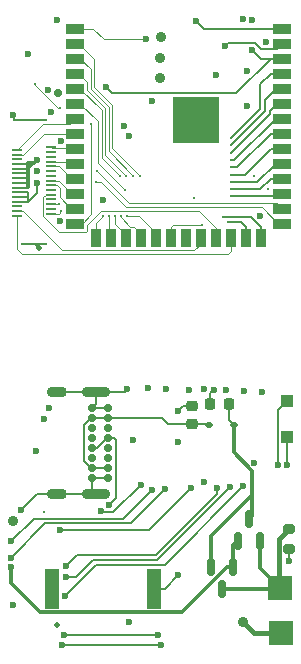
<source format=gbr>
%TF.GenerationSoftware,KiCad,Pcbnew,9.0.6-1.fc42*%
%TF.CreationDate,2025-11-24T11:52:54-08:00*%
%TF.ProjectId,MainBoard,4d61696e-426f-4617-9264-2e6b69636164,rev?*%
%TF.SameCoordinates,Original*%
%TF.FileFunction,Copper,L4,Bot*%
%TF.FilePolarity,Positive*%
%FSLAX46Y46*%
G04 Gerber Fmt 4.6, Leading zero omitted, Abs format (unit mm)*
G04 Created by KiCad (PCBNEW 9.0.6-1.fc42) date 2025-11-24 11:52:54*
%MOMM*%
%LPD*%
G01*
G04 APERTURE LIST*
G04 Aperture macros list*
%AMRoundRect*
0 Rectangle with rounded corners*
0 $1 Rounding radius*
0 $2 $3 $4 $5 $6 $7 $8 $9 X,Y pos of 4 corners*
0 Add a 4 corners polygon primitive as box body*
4,1,4,$2,$3,$4,$5,$6,$7,$8,$9,$2,$3,0*
0 Add four circle primitives for the rounded corners*
1,1,$1+$1,$2,$3*
1,1,$1+$1,$4,$5*
1,1,$1+$1,$6,$7*
1,1,$1+$1,$8,$9*
0 Add four rect primitives between the rounded corners*
20,1,$1+$1,$2,$3,$4,$5,0*
20,1,$1+$1,$4,$5,$6,$7,0*
20,1,$1+$1,$6,$7,$8,$9,0*
20,1,$1+$1,$8,$9,$2,$3,0*%
G04 Aperture macros list end*
%TA.AperFunction,SMDPad,CuDef*%
%ADD10RoundRect,0.150000X0.150000X-0.587500X0.150000X0.587500X-0.150000X0.587500X-0.150000X-0.587500X0*%
%TD*%
%TA.AperFunction,SMDPad,CuDef*%
%ADD11RoundRect,0.112500X0.187500X0.112500X-0.187500X0.112500X-0.187500X-0.112500X0.187500X-0.112500X0*%
%TD*%
%TA.AperFunction,SMDPad,CuDef*%
%ADD12R,2.000000X2.000000*%
%TD*%
%TA.AperFunction,SMDPad,CuDef*%
%ADD13R,1.000000X1.000000*%
%TD*%
%TA.AperFunction,SMDPad,CuDef*%
%ADD14R,1.500000X0.900000*%
%TD*%
%TA.AperFunction,SMDPad,CuDef*%
%ADD15R,0.900000X1.500000*%
%TD*%
%TA.AperFunction,HeatsinkPad*%
%ADD16C,0.600000*%
%TD*%
%TA.AperFunction,HeatsinkPad*%
%ADD17R,3.900000X3.900000*%
%TD*%
%TA.AperFunction,SMDPad,CuDef*%
%ADD18RoundRect,0.200000X-0.275000X0.200000X-0.275000X-0.200000X0.275000X-0.200000X0.275000X0.200000X0*%
%TD*%
%TA.AperFunction,SMDPad,CuDef*%
%ADD19RoundRect,0.218750X0.256250X-0.218750X0.256250X0.218750X-0.256250X0.218750X-0.256250X-0.218750X0*%
%TD*%
%TA.AperFunction,ComponentPad*%
%ADD20C,0.700000*%
%TD*%
%TA.AperFunction,ComponentPad*%
%ADD21O,1.700000X0.900000*%
%TD*%
%TA.AperFunction,ComponentPad*%
%ADD22O,2.400000X0.900000*%
%TD*%
%TA.AperFunction,SMDPad,CuDef*%
%ADD23RoundRect,0.150000X-0.150000X0.587500X-0.150000X-0.587500X0.150000X-0.587500X0.150000X0.587500X0*%
%TD*%
%TA.AperFunction,SMDPad,CuDef*%
%ADD24RoundRect,0.225000X0.225000X0.250000X-0.225000X0.250000X-0.225000X-0.250000X0.225000X-0.250000X0*%
%TD*%
%TA.AperFunction,SMDPad,CuDef*%
%ADD25R,1.300000X3.400000*%
%TD*%
%TA.AperFunction,SMDPad,CuDef*%
%ADD26RoundRect,0.030000X0.419999X-0.070000X0.419999X0.070000X-0.419999X0.070000X-0.419999X-0.070000X0*%
%TD*%
%TA.AperFunction,SMDPad,CuDef*%
%ADD27RoundRect,0.030000X1.029999X-0.070000X1.029999X0.070000X-1.029999X0.070000X-1.029999X-0.070000X0*%
%TD*%
%TA.AperFunction,ViaPad*%
%ADD28C,0.600000*%
%TD*%
%TA.AperFunction,ViaPad*%
%ADD29C,0.300000*%
%TD*%
%TA.AperFunction,ViaPad*%
%ADD30C,0.500000*%
%TD*%
%TA.AperFunction,ViaPad*%
%ADD31C,0.900000*%
%TD*%
%TA.AperFunction,ViaPad*%
%ADD32C,0.700000*%
%TD*%
%TA.AperFunction,Conductor*%
%ADD33C,0.300000*%
%TD*%
%TA.AperFunction,Conductor*%
%ADD34C,0.400000*%
%TD*%
%TA.AperFunction,Conductor*%
%ADD35C,0.100000*%
%TD*%
%TA.AperFunction,Conductor*%
%ADD36C,0.200000*%
%TD*%
G04 APERTURE END LIST*
D10*
%TO.P,Q3,1,G*%
%TO.N,LIPO PWR*%
X85615953Y-100045601D03*
%TO.P,Q3,2,S*%
%TO.N,CONN_21*%
X83715953Y-100045601D03*
%TO.P,Q3,3,D*%
%TO.N,VBUS*%
X84665953Y-98170600D03*
%TD*%
D11*
%TO.P,D4,1,K*%
%TO.N,VBUS*%
X83375000Y-90175000D03*
%TO.P,D4,2,A*%
%TO.N,Net-(D3-A1)*%
X81275000Y-90175000D03*
%TD*%
D12*
%TO.P,+1,1,Pin_1*%
%TO.N,LIPO PWR*%
X87345600Y-104036000D03*
%TD*%
D13*
%TO.P,I2C_DAT1,1,Pin_1*%
%TO.N,CONN_16*%
X87909400Y-91211400D03*
%TD*%
D12*
%TO.P,-1,1,Pin_1*%
%TO.N,LIPO GND*%
X87356431Y-107829532D03*
%TD*%
D13*
%TO.P,I2C_CLK1,1,Pin_1*%
%TO.N,CONN_15*%
X87909400Y-88161400D03*
%TD*%
D14*
%TO.P,U1,1,GND*%
%TO.N,LIPO GND*%
X87480000Y-56640000D03*
%TO.P,U1,2,3V3*%
%TO.N,CONN_18*%
X87480000Y-57910000D03*
%TO.P,U1,3,EN*%
%TO.N,CHIP_PU*%
X87480000Y-59180000D03*
%TO.P,U1,4,IO4*%
%TO.N,DATA0*%
X87480000Y-60450000D03*
%TO.P,U1,5,IO5*%
%TO.N,DATA1*%
X87480000Y-61720000D03*
%TO.P,U1,6,IO6*%
%TO.N,DATA2*%
X87480000Y-62990000D03*
%TO.P,U1,7,IO7*%
%TO.N,DATA8*%
X87480000Y-64260000D03*
%TO.P,U1,8,IO15*%
%TO.N,DATA9*%
X87480000Y-65530000D03*
%TO.P,U1,9,IO16*%
%TO.N,DATA10*%
X87480000Y-66800000D03*
%TO.P,U1,10,IO17*%
%TO.N,DATA11*%
X87480000Y-68070000D03*
%TO.P,U1,11,IO18*%
%TO.N,DATA12*%
X87480000Y-69340000D03*
%TO.P,U1,12,IO8*%
%TO.N,DATA13*%
X87480000Y-70610000D03*
%TO.P,U1,13,USB_D-*%
%TO.N,CONN_2*%
X87480000Y-71880000D03*
%TO.P,U1,14,USB_D+*%
%TO.N,CONN_0*%
X87480000Y-73150000D03*
D15*
%TO.P,U1,15,IO3*%
%TO.N,DATA14*%
X85715000Y-74400000D03*
%TO.P,U1,16,IO46*%
%TO.N,DATA15*%
X84445000Y-74400000D03*
%TO.P,U1,17,IO9*%
%TO.N,CONN_15*%
X83175000Y-74400000D03*
%TO.P,U1,18,IO10*%
%TO.N,BZR*%
X81905000Y-74400000D03*
%TO.P,U1,19,IO11*%
%TO.N,CONN_16*%
X80635000Y-74400000D03*
%TO.P,U1,20,IO12*%
%TO.N,HATS_ENABLE*%
X79365000Y-74400000D03*
%TO.P,U1,21,IO13*%
%TO.N,RET*%
X78095000Y-74400000D03*
%TO.P,U1,22,IO14*%
%TO.N,INDEX4*%
X76825000Y-74400000D03*
%TO.P,U1,23,IO21*%
%TO.N,INDEX3*%
X75555000Y-74400000D03*
%TO.P,U1,24,IO47*%
%TO.N,INDEX2*%
X74285000Y-74400000D03*
%TO.P,U1,25,IO48*%
%TO.N,INDEX1*%
X73015000Y-74400000D03*
%TO.P,U1,26,IO45*%
%TO.N,INDEX0*%
X71745000Y-74400000D03*
D14*
%TO.P,U1,27,IO0*%
%TO.N,GPIO0*%
X69980000Y-73150000D03*
%TO.P,U1,28,IO35*%
%TO.N,CONN_6*%
X69980000Y-71880000D03*
%TO.P,U1,29,IO36*%
%TO.N,CONN_7*%
X69980000Y-70610000D03*
%TO.P,U1,30,IO37*%
%TO.N,CONN_10*%
X69980000Y-69340000D03*
%TO.P,U1,31,IO38*%
%TO.N,CONN_11*%
X69980000Y-68070000D03*
%TO.P,U1,32,IO39*%
%TO.N,CONN_14*%
X69980000Y-66800000D03*
%TO.P,U1,33,IO40*%
%TO.N,CONN_28*%
X69980000Y-65530000D03*
%TO.P,U1,34,IO41*%
%TO.N,CONN_29*%
X69980000Y-64260000D03*
%TO.P,U1,35,IO42*%
%TO.N,DATA7*%
X69980000Y-62990000D03*
%TO.P,U1,36,RXD0*%
%TO.N,DATA6*%
X69980000Y-61720000D03*
%TO.P,U1,37,TXD0*%
%TO.N,DATA5*%
X69980000Y-60450000D03*
%TO.P,U1,38,IO2*%
%TO.N,DATA4*%
X69980000Y-59180000D03*
%TO.P,U1,39,IO1*%
%TO.N,DATA3*%
X69980000Y-57910000D03*
%TO.P,U1,40,GND*%
%TO.N,LIPO GND*%
X69980000Y-56640000D03*
D16*
%TO.P,U1,41,GND*%
X81630000Y-65060000D03*
X81630000Y-63660000D03*
X80930000Y-65760000D03*
X80930000Y-64360000D03*
X80930000Y-62960000D03*
X80230000Y-65060000D03*
D17*
X80230000Y-64360000D03*
D16*
X80230000Y-63660000D03*
X79530000Y-65760000D03*
X79530000Y-64360000D03*
X79530000Y-62960000D03*
X78830000Y-65060000D03*
X78830000Y-63660000D03*
%TD*%
D18*
%TO.P,R13,1*%
%TO.N,LIPO PWR*%
X88050000Y-99025000D03*
%TO.P,R13,2*%
%TO.N,LIPO GND*%
X88050000Y-100675000D03*
%TD*%
D19*
%TO.P,D3,1,A1*%
%TO.N,Net-(D3-A1)*%
X79850000Y-90150000D03*
%TO.P,D3,2,A2*%
%TO.N,LIPO GND*%
X79850000Y-88574998D03*
%TD*%
D20*
%TO.P,J3,A1,GND*%
%TO.N,LIPO GND*%
X72752964Y-94700000D03*
%TO.P,J3,A4,VBUS*%
%TO.N,Net-(D3-A1)*%
X72752964Y-93850000D03*
%TO.P,J3,A5,CC1*%
%TO.N,Net-(J3-CC1)*%
X72752964Y-93000000D03*
%TO.P,J3,A6,D+*%
%TO.N,CONN_0*%
X72752964Y-92150000D03*
%TO.P,J3,A7,D-*%
%TO.N,CONN_2*%
X72752964Y-91300000D03*
%TO.P,J3,A8,SBU1*%
%TO.N,unconnected-(J3-SBU1-PadA8)*%
X72752964Y-90450000D03*
%TO.P,J3,A9,VBUS*%
%TO.N,Net-(D3-A1)*%
X72752964Y-89600000D03*
%TO.P,J3,A12,GND*%
%TO.N,LIPO GND*%
X72752964Y-88750000D03*
%TO.P,J3,B1,GND*%
X71402964Y-88750000D03*
%TO.P,J3,B4,VBUS*%
%TO.N,Net-(D3-A1)*%
X71402964Y-89600000D03*
%TO.P,J3,B5,CC2*%
%TO.N,Net-(J3-CC2)*%
X71402964Y-90450000D03*
%TO.P,J3,B6,D+*%
%TO.N,CONN_0*%
X71402964Y-91300000D03*
%TO.P,J3,B7,D-*%
%TO.N,CONN_2*%
X71402964Y-92150000D03*
%TO.P,J3,B8,SBU2*%
%TO.N,unconnected-(J3-SBU2-PadB8)*%
X71402964Y-93000000D03*
%TO.P,J3,B9,VBUS*%
%TO.N,Net-(D3-A1)*%
X71402964Y-93850000D03*
%TO.P,J3,B12,GND*%
%TO.N,LIPO GND*%
X71402964Y-94700000D03*
D21*
%TO.P,J3,S1,SHIELD*%
X68392964Y-96050000D03*
D22*
X71772964Y-96050000D03*
D21*
X68392964Y-87400000D03*
D22*
X71772964Y-87400000D03*
%TD*%
D23*
%TO.P,Q2,1,G*%
%TO.N,VBUS*%
X81470000Y-102220000D03*
%TO.P,Q2,2,S*%
%TO.N,CONN_21*%
X83370000Y-102220000D03*
%TO.P,Q2,3,D*%
%TO.N,LIPO PWR*%
X82420000Y-104095001D03*
%TD*%
D24*
%TO.P,C12,1*%
%TO.N,VBUS*%
X82975000Y-88400000D03*
%TO.P,C12,2*%
%TO.N,LIPO GND*%
X81425000Y-88400000D03*
%TD*%
D25*
%TO.P,BZ1,1,+*%
%TO.N,BZR*%
X67975001Y-104050000D03*
%TO.P,BZ1,2,-*%
%TO.N,LIPO GND*%
X76674999Y-104050000D03*
%TD*%
D26*
%TO.P,J2,1,Pin_1*%
%TO.N,CONN_15*%
X65050000Y-72500000D03*
%TO.P,J2,2,Pin_2*%
%TO.N,CONN_16*%
X65050000Y-72100000D03*
%TO.P,J2,3,Pin_3*%
%TO.N,CONN_17*%
X65050000Y-71700000D03*
%TO.P,J2,4,Pin_4*%
%TO.N,CONN_18*%
X65050000Y-71300000D03*
%TO.P,J2,5,Pin_5*%
X65050000Y-70900000D03*
%TO.P,J2,6,Pin_6*%
X65050000Y-70500000D03*
%TO.P,J2,7,Pin_7*%
%TO.N,CONN_21*%
X65050000Y-70100000D03*
%TO.P,J2,8,Pin_8*%
X65050000Y-69700000D03*
%TO.P,J2,9,Pin_9*%
X65050000Y-69300000D03*
%TO.P,J2,10,Pin_10*%
X65050000Y-68900000D03*
%TO.P,J2,11,Pin_11*%
X65050000Y-68500000D03*
%TO.P,J2,12,Pin_12*%
X65050000Y-68100000D03*
%TO.P,J2,13,Pin_13*%
%TO.N,CONN_27*%
X65050000Y-67700000D03*
%TO.P,J2,14,Pin_14*%
%TO.N,CONN_28*%
X65050000Y-67300000D03*
%TO.P,J2,15,Pin_15*%
%TO.N,CONN_29*%
X65050000Y-66900000D03*
%TO.P,J2,16,Pin_16*%
%TO.N,CONN_0*%
X67950000Y-72300000D03*
%TO.P,J2,17,Pin_17*%
%TO.N,CONN_1*%
X67950000Y-71900000D03*
%TO.P,J2,18,Pin_18*%
%TO.N,CONN_2*%
X67950000Y-71500000D03*
%TO.P,J2,19,Pin_19*%
%TO.N,CONN_3*%
X67950000Y-71100000D03*
%TO.P,J2,20,Pin_20*%
%TO.N,BZR*%
X67950000Y-70700000D03*
%TO.P,J2,21,Pin_21*%
%TO.N,CONN_5*%
X67950000Y-70300000D03*
%TO.P,J2,22,Pin_22*%
%TO.N,CONN_6*%
X67950000Y-69900000D03*
%TO.P,J2,23,Pin_23*%
%TO.N,CONN_7*%
X67950000Y-69500000D03*
%TO.P,J2,24,Pin_24*%
%TO.N,CONN_8*%
X67950000Y-69100000D03*
%TO.P,J2,25,Pin_25*%
%TO.N,CONN_9*%
X67950000Y-68700000D03*
%TO.P,J2,26,Pin_26*%
%TO.N,CONN_10*%
X67950000Y-68300000D03*
%TO.P,J2,27,Pin_27*%
%TO.N,CONN_11*%
X67950000Y-67900000D03*
%TO.P,J2,28,Pin_28*%
%TO.N,CONN_12*%
X67950000Y-67500000D03*
%TO.P,J2,29,Pin_29*%
%TO.N,CONN_13*%
X67950000Y-67100000D03*
%TO.P,J2,30,Pin_30*%
%TO.N,CONN_14*%
X67950000Y-66700000D03*
D27*
%TO.P,J2,31,Pin_31*%
%TO.N,LIPO GND*%
X66500000Y-74850000D03*
%TO.P,J2,32,Pin_32*%
X66500000Y-64350000D03*
%TD*%
D28*
%TO.N,CONN_29*%
X64512800Y-100050000D03*
X76454047Y-95665953D03*
%TO.N,CONN_7*%
X69220000Y-103040000D03*
X83054047Y-95484047D03*
D29*
%TO.N,CONN_2*%
X71825000Y-68700000D03*
X68610834Y-71464482D03*
D28*
X72803964Y-96960000D03*
%TO.N,CONN_10*%
X69190000Y-102100000D03*
X81954047Y-95494047D03*
%TO.N,CONN_14*%
X68710000Y-99120000D03*
X79754047Y-95575953D03*
D30*
%TO.N,BZR*%
X68250000Y-104850000D03*
D28*
%TO.N,CONN_15*%
X69050000Y-108000000D03*
X87100000Y-93560000D03*
X77000000Y-108000000D03*
%TO.N,CONN_11*%
X72130000Y-97490000D03*
X75504047Y-95250000D03*
%TO.N,CONN_18*%
X84234000Y-87296000D03*
D31*
X77139800Y-60807600D03*
D28*
X82710000Y-87240000D03*
X82625000Y-58075000D03*
D31*
X77139800Y-59105800D03*
D28*
X77680000Y-87160000D03*
X64740000Y-105480000D03*
X68760916Y-66172535D03*
X76150000Y-87050000D03*
X80854047Y-94994047D03*
X85759000Y-87371000D03*
X67703700Y-61810900D03*
X66720000Y-69690000D03*
D29*
%TO.N,GPIO0*%
X71325000Y-64725000D03*
X68700000Y-63400000D03*
X66550000Y-61325000D03*
D28*
%TO.N,CHIP_PU*%
X72615531Y-61601015D03*
X84963000Y-58420000D03*
%TO.N,CONN_6*%
X84154047Y-95405953D03*
X69125003Y-104670000D03*
D29*
%TO.N,CONN_0*%
X71750000Y-69620000D03*
X68775000Y-72100000D03*
%TO.N,DATA9*%
X83125000Y-68381250D03*
%TO.N,DATA13*%
X83125000Y-70850000D03*
%TO.N,DATA10*%
X83125000Y-68998438D03*
%TO.N,DATA7*%
X74178727Y-70291272D03*
%TO.N,DATA5*%
X74312500Y-69125000D03*
%TO.N,DATA6*%
X73725000Y-69125000D03*
%TO.N,DATA12*%
X83125000Y-70232813D03*
%TO.N,DATA2*%
X83125000Y-67146875D03*
%TO.N,DATA15*%
X82872800Y-73025000D03*
%TO.N,DATA14*%
X82500000Y-72600000D03*
%TO.N,DATA0*%
X83125000Y-65912500D03*
%TO.N,DATA4*%
X74900000Y-69125000D03*
%TO.N,DATA3*%
X75487500Y-69125000D03*
%TO.N,DATA1*%
X83125000Y-66529688D03*
%TO.N,DATA11*%
X83125000Y-69615625D03*
%TO.N,DATA8*%
X83125000Y-67764063D03*
%TO.N,RET*%
X80668914Y-73302001D03*
D28*
%TO.N,HATS_ENABLE*%
X85610000Y-72470000D03*
X68650000Y-72950000D03*
X79362600Y-74402000D03*
D29*
%TO.N,INDEX1*%
X72824994Y-72500000D03*
%TO.N,INDEX4*%
X74325003Y-72500000D03*
%TO.N,INDEX0*%
X72324991Y-72500000D03*
%TO.N,INDEX2*%
X73324997Y-72500000D03*
%TO.N,INDEX3*%
X73825000Y-72500000D03*
D28*
%TO.N,CONN_28*%
X64530000Y-101430000D03*
X77554047Y-95655953D03*
%TO.N,CONN_16*%
X87910000Y-93560000D03*
X77205000Y-108795000D03*
X68860000Y-108790000D03*
D29*
%TO.N,LIPO GND*%
X86300000Y-70250000D03*
D31*
X77241400Y-57353200D03*
D28*
X78654047Y-91675953D03*
X68470000Y-55890000D03*
X76000000Y-57500000D03*
X79600000Y-87220000D03*
X74550000Y-106920000D03*
X80890000Y-87160000D03*
X88057419Y-101680000D03*
X72350000Y-71125000D03*
X66760000Y-68700000D03*
X74489100Y-65739100D03*
X65380000Y-97420000D03*
X67919600Y-63677800D03*
D29*
X80000000Y-71010000D03*
D28*
X81685000Y-87265000D03*
X64670000Y-63990000D03*
D32*
X68503800Y-62128400D03*
D31*
X64700000Y-98339999D03*
D28*
X67730000Y-88750000D03*
X84505800Y-60223400D03*
X84175600Y-55803800D03*
X74142600Y-64922400D03*
X65989200Y-58801000D03*
D30*
X68420000Y-107100000D03*
D28*
X78675000Y-102925000D03*
D29*
X85070000Y-69090000D03*
D28*
X78650000Y-89050000D03*
X84475000Y-63225000D03*
D29*
X67290000Y-97550000D03*
D28*
X74380000Y-87180000D03*
X67360000Y-89680000D03*
D31*
X84150000Y-106850000D03*
D30*
X66940000Y-75210000D03*
D28*
X74880000Y-91470000D03*
X80220000Y-55970000D03*
X81864200Y-60553600D03*
X66660000Y-92420000D03*
X86156000Y-57734200D03*
X84937600Y-55905400D03*
X85090000Y-93390000D03*
X76510000Y-62730000D03*
%TO.N,CONN_21*%
X66740000Y-67770000D03*
X64520000Y-102250000D03*
%TD*%
D33*
%TO.N,CONN_21*%
X83370000Y-102220000D02*
X82849468Y-102220000D01*
X82849468Y-102220000D02*
X79018468Y-106051000D01*
X79018468Y-106051000D02*
X67024001Y-106051000D01*
X67024001Y-106051000D02*
X64520000Y-103546999D01*
X64520000Y-103546999D02*
X64520000Y-102250000D01*
%TO.N,VBUS*%
X84965952Y-96100000D02*
X84965952Y-94115895D01*
X84965952Y-96100000D02*
X81470000Y-99595952D01*
X81470000Y-99595952D02*
X81470000Y-102220000D01*
X84665953Y-98170600D02*
X84965952Y-97870601D01*
X84965952Y-97870601D02*
X84965952Y-96100000D01*
X84965952Y-94115895D02*
X83375000Y-92524943D01*
X83375000Y-92524943D02*
X83375000Y-90175000D01*
%TO.N,CONN_21*%
X83370000Y-102220000D02*
X83370000Y-100391554D01*
X83370000Y-100391554D02*
X83715953Y-100045601D01*
%TO.N,LIPO PWR*%
X82420000Y-104095001D02*
X87286599Y-104095001D01*
X87286599Y-104095001D02*
X87345600Y-104036000D01*
X85615953Y-100045601D02*
X85615953Y-102306353D01*
X85615953Y-102306353D02*
X87345600Y-104036000D01*
D34*
X87345600Y-104036000D02*
X87224000Y-103914400D01*
X87224000Y-103914400D02*
X87224000Y-99851000D01*
X87224000Y-99851000D02*
X88050000Y-99025000D01*
D35*
%TO.N,CONN_29*%
X69538600Y-64701000D02*
X67249000Y-64701000D01*
D36*
X76454047Y-95665953D02*
X74002000Y-98118000D01*
X74002000Y-98118000D02*
X66444800Y-98118000D01*
D35*
X67249000Y-64701000D02*
X65050000Y-66900000D01*
X69977600Y-64262000D02*
X69538600Y-64701000D01*
D36*
X66444800Y-98118000D02*
X64512800Y-100050000D01*
%TO.N,CONN_7*%
X70040000Y-103040000D02*
X71461000Y-101619000D01*
D35*
X69977600Y-70612000D02*
X69677600Y-70612000D01*
X69677600Y-70612000D02*
X68565600Y-69500000D01*
D36*
X76919094Y-101619000D02*
X83054047Y-95484047D01*
D35*
X68565600Y-69500000D02*
X67950000Y-69500000D01*
D36*
X71461000Y-101619000D02*
X76919094Y-101619000D01*
X69220000Y-103040000D02*
X70040000Y-103040000D01*
%TO.N,CONN_2*%
X73403964Y-96360000D02*
X72803964Y-96960000D01*
X71832310Y-92150000D02*
X72682310Y-91300000D01*
X72682310Y-91300000D02*
X72752964Y-91300000D01*
X71402964Y-92150000D02*
X71832310Y-92150000D01*
D35*
X68585518Y-71464482D02*
X68550000Y-71500000D01*
X87477600Y-71882000D02*
X87020600Y-71425000D01*
D36*
X73403964Y-91456026D02*
X73403964Y-96360000D01*
D35*
X74550000Y-71425000D02*
X71825000Y-68700000D01*
X87020600Y-71425000D02*
X74550000Y-71425000D01*
X68550000Y-71500000D02*
X67950000Y-71500000D01*
X68610834Y-71464482D02*
X68585518Y-71464482D01*
D36*
X73403964Y-91456026D02*
X73247938Y-91300000D01*
X73247938Y-91300000D02*
X72752964Y-91300000D01*
D35*
%TO.N,CONN_10*%
X69977600Y-69342000D02*
X69677600Y-69342000D01*
X68635600Y-68300000D02*
X67950000Y-68300000D01*
D36*
X81954047Y-96016947D02*
X76790497Y-101180497D01*
X69190000Y-102100000D02*
X70109503Y-101180497D01*
X81954047Y-95494047D02*
X81954047Y-96016947D01*
D35*
X69677600Y-69342000D02*
X68635600Y-68300000D01*
D36*
X70109503Y-101180497D02*
X76790497Y-101180497D01*
%TO.N,CONN_14*%
X79754047Y-95575953D02*
X76210000Y-99120000D01*
D35*
X69977600Y-66802000D02*
X69924600Y-66749000D01*
X67999000Y-66749000D02*
X67950000Y-66700000D01*
X69924600Y-66749000D02*
X67999000Y-66749000D01*
D36*
X76210000Y-99120000D02*
X68710000Y-99120000D01*
D35*
%TO.N,BZR*%
X68614775Y-73853000D02*
X67249001Y-72487226D01*
X67249001Y-72487226D02*
X67249001Y-70912774D01*
X67249001Y-70912774D02*
X67461775Y-70700000D01*
X67461775Y-70700000D02*
X67950000Y-70700000D01*
X80449600Y-72099000D02*
X72131000Y-72099000D01*
X81902600Y-74402000D02*
X81902600Y-73552000D01*
X70978600Y-73251400D02*
X70978600Y-73753400D01*
X81902600Y-73552000D02*
X80449600Y-72099000D01*
X72131000Y-72099000D02*
X70978600Y-73251400D01*
X70879000Y-73853000D02*
X68614775Y-73853000D01*
X70978600Y-73753400D02*
X70879000Y-73853000D01*
D36*
%TO.N,CONN_15*%
X87909400Y-88161400D02*
X87100000Y-88970800D01*
D35*
X65050000Y-75300000D02*
X65050000Y-72500000D01*
X83172600Y-75452400D02*
X82901000Y-75724000D01*
X65474000Y-75724000D02*
X65050000Y-75300000D01*
D36*
X87100000Y-88970800D02*
X87100000Y-93560000D01*
D35*
X82901000Y-75724000D02*
X65474000Y-75724000D01*
X83172600Y-74402000D02*
X83172600Y-75452400D01*
D36*
X69050000Y-108000000D02*
X77000000Y-108000000D01*
%TO.N,CONN_11*%
X72201000Y-97561000D02*
X72130000Y-97490000D01*
D35*
X69977600Y-68072000D02*
X69805600Y-67900000D01*
X69805600Y-67900000D02*
X67950000Y-67900000D01*
D36*
X73193047Y-97561000D02*
X72201000Y-97561000D01*
X75504047Y-95250000D02*
X73193047Y-97561000D01*
%TO.N,CONN_18*%
X66000000Y-70500000D02*
X66000000Y-71290000D01*
X66000000Y-71290000D02*
X66010000Y-71300000D01*
X65050000Y-70500000D02*
X66000000Y-70500000D01*
X66720000Y-70590000D02*
X66010000Y-71300000D01*
X85728142Y-58335200D02*
X85211943Y-57819000D01*
X87054400Y-58335200D02*
X85728142Y-58335200D01*
X65050000Y-71300000D02*
X66010000Y-71300000D01*
X85211943Y-57819000D02*
X82881000Y-57819000D01*
X87477600Y-57912000D02*
X87054400Y-58335200D01*
X65050000Y-70900000D02*
X66000000Y-70900000D01*
X82881000Y-57819000D02*
X82625000Y-58075000D01*
X66720000Y-69690000D02*
X66720000Y-70590000D01*
D35*
%TO.N,GPIO0*%
X68700000Y-63400000D02*
X68513568Y-63400000D01*
X68513568Y-63400000D02*
X66550000Y-61436432D01*
X70548000Y-73152000D02*
X71325000Y-72375000D01*
X69977600Y-73152000D02*
X70548000Y-73152000D01*
X71325000Y-72375000D02*
X71325000Y-64725000D01*
X66550000Y-61436432D02*
X66550000Y-61325000D01*
D36*
%TO.N,CHIP_PU*%
X83598600Y-62111000D02*
X86527600Y-59182000D01*
X87477600Y-59182000D02*
X85725000Y-59182000D01*
X72615531Y-61601015D02*
X73125516Y-62111000D01*
X73125516Y-62111000D02*
X83598600Y-62111000D01*
X85725000Y-59182000D02*
X84963000Y-58420000D01*
X86527600Y-59182000D02*
X87477600Y-59182000D01*
%TO.N,CONN_6*%
X77540000Y-102020000D02*
X84154047Y-95405953D01*
X71760000Y-102020000D02*
X77540000Y-102020000D01*
X69125003Y-104670000D02*
X69125003Y-104654997D01*
D35*
X68438225Y-69900000D02*
X67950000Y-69900000D01*
X68650999Y-70112774D02*
X68438225Y-69900000D01*
X68650999Y-70875999D02*
X68650999Y-70112774D01*
X69657000Y-71882000D02*
X68650999Y-70875999D01*
D36*
X69125003Y-104654997D02*
X71760000Y-102020000D01*
D35*
X69977600Y-71882000D02*
X69657000Y-71882000D01*
%TO.N,CONN_0*%
X72195000Y-69620000D02*
X74300000Y-71725000D01*
X74300000Y-71725000D02*
X85750600Y-71725000D01*
X85750600Y-71725000D02*
X87177600Y-73152000D01*
X87177600Y-73152000D02*
X87477600Y-73152000D01*
X68575000Y-72300000D02*
X67950000Y-72300000D01*
X71750000Y-69620000D02*
X72195000Y-69620000D01*
X68775000Y-72100000D02*
X68575000Y-72300000D01*
D36*
%TO.N,DATA9*%
X83125000Y-68381250D02*
X83678350Y-68381250D01*
X86527600Y-65532000D02*
X87477600Y-65532000D01*
X83678350Y-68381250D02*
X86527600Y-65532000D01*
%TO.N,DATA13*%
X87239600Y-70850000D02*
X87477600Y-70612000D01*
X83125000Y-70850000D02*
X87239600Y-70850000D01*
%TO.N,DATA10*%
X83125000Y-68998438D02*
X84331162Y-68998438D01*
X86527600Y-66802000D02*
X87477600Y-66802000D01*
X84331162Y-68998438D02*
X86527600Y-66802000D01*
D35*
%TO.N,DATA7*%
X70409600Y-62992000D02*
X71900000Y-64482400D01*
X69977600Y-62992000D02*
X70409600Y-62992000D01*
X71900000Y-68012545D02*
X74178727Y-70291272D01*
X71900000Y-64482400D02*
X71900000Y-68012545D01*
%TO.N,DATA5*%
X70277600Y-60452000D02*
X69977600Y-60452000D01*
X72502000Y-63388722D02*
X70978600Y-61865322D01*
X74312500Y-69125000D02*
X74292100Y-69125000D01*
X70978600Y-61153000D02*
X70277600Y-60452000D01*
X70978600Y-61865322D02*
X70978600Y-61153000D01*
X74292100Y-69125000D02*
X72502000Y-67334900D01*
X72502000Y-67334900D02*
X72502000Y-63388722D01*
%TO.N,DATA6*%
X72201000Y-63513400D02*
X70409600Y-61722000D01*
X73725000Y-69125000D02*
X72201000Y-67601000D01*
X70409600Y-61722000D02*
X69977600Y-61722000D01*
X72201000Y-67601000D02*
X72201000Y-63513400D01*
D36*
%TO.N,DATA12*%
X86527600Y-69342000D02*
X87477600Y-69342000D01*
X85636787Y-70232813D02*
X86527600Y-69342000D01*
X83125000Y-70232813D02*
X85636787Y-70232813D01*
%TO.N,DATA2*%
X83125000Y-67146875D02*
X83145624Y-67146875D01*
X87034600Y-62992000D02*
X87477600Y-62992000D01*
X83145624Y-67146875D02*
X86426600Y-63865899D01*
X86426600Y-63600000D02*
X87034600Y-62992000D01*
X86426600Y-63865899D02*
X86426600Y-63600000D01*
%TO.N,DATA15*%
X84442600Y-73452000D02*
X84041600Y-73051000D01*
X84041600Y-73051000D02*
X82872800Y-73051000D01*
X84442600Y-74402000D02*
X84442600Y-73452000D01*
%TO.N,DATA14*%
X82526000Y-72574000D02*
X82500000Y-72600000D01*
X84834600Y-72574000D02*
X82526000Y-72574000D01*
X85712600Y-74402000D02*
X85712600Y-73452000D01*
X85712600Y-73452000D02*
X84834600Y-72574000D01*
%TO.N,DATA0*%
X86527600Y-60452000D02*
X87477600Y-60452000D01*
X83125000Y-65912500D02*
X85624600Y-63412900D01*
X85624600Y-61355000D02*
X86527600Y-60452000D01*
X85624600Y-63412900D02*
X85624600Y-61355000D01*
D35*
%TO.N,DATA4*%
X74900000Y-69125000D02*
X72803000Y-67028000D01*
X72803000Y-67028000D02*
X72803000Y-63264044D01*
X70409600Y-59182000D02*
X69977600Y-59182000D01*
X71279600Y-60052000D02*
X70409600Y-59182000D01*
X71279600Y-61740644D02*
X71279600Y-60052000D01*
X72803000Y-63264044D02*
X71279600Y-61740644D01*
%TO.N,DATA3*%
X73104000Y-66754000D02*
X73104000Y-63139366D01*
X71580600Y-59215000D02*
X70277600Y-57912000D01*
X73104000Y-63139366D02*
X71580600Y-61615966D01*
X75475000Y-69125000D02*
X73104000Y-66754000D01*
X71580600Y-61615966D02*
X71580600Y-59215000D01*
X75487500Y-69125000D02*
X75475000Y-69125000D01*
X70277600Y-57912000D02*
X69977600Y-57912000D01*
D36*
%TO.N,DATA1*%
X86945600Y-61722000D02*
X87477600Y-61722000D01*
X86025600Y-62642000D02*
X86945600Y-61722000D01*
X83125000Y-66529688D02*
X83145623Y-66529688D01*
X83145623Y-66529688D02*
X86025600Y-63649711D01*
X86025600Y-63649711D02*
X86025600Y-62642000D01*
%TO.N,DATA11*%
X86945600Y-68072000D02*
X87477600Y-68072000D01*
X83125000Y-69615625D02*
X85401975Y-69615625D01*
X85401975Y-69615625D02*
X86945600Y-68072000D01*
%TO.N,DATA8*%
X86945600Y-64262000D02*
X87477600Y-64262000D01*
X83443537Y-67764063D02*
X86945600Y-64262000D01*
X83125000Y-67764063D02*
X83443537Y-67764063D01*
D35*
%TO.N,RET*%
X80668914Y-73302001D02*
X78234999Y-73302001D01*
X78092600Y-73444400D02*
X78092600Y-74402000D01*
X78234999Y-73302001D02*
X78092600Y-73444400D01*
%TO.N,INDEX1*%
X72824994Y-74214394D02*
X73012600Y-74402000D01*
X72824994Y-72500000D02*
X72824994Y-74214394D01*
%TO.N,INDEX4*%
X74325003Y-72500000D02*
X75352600Y-72500000D01*
X76822600Y-73970000D02*
X76822600Y-74402000D01*
X75352600Y-72500000D02*
X76822600Y-73970000D01*
D36*
%TO.N,Net-(D3-A1)*%
X77300000Y-89600000D02*
X73625000Y-89600000D01*
X73625000Y-89600000D02*
X72050000Y-89600000D01*
X71332310Y-89600000D02*
X70751964Y-90180346D01*
X72050000Y-89600000D02*
X71332310Y-89600000D01*
X72050000Y-89600000D02*
X71402964Y-89600000D01*
X71332310Y-93850000D02*
X71402964Y-93850000D01*
X70751964Y-93269654D02*
X70953655Y-93471345D01*
X70953655Y-93471345D02*
X71332310Y-93850000D01*
X79850000Y-90150000D02*
X77850000Y-90150000D01*
X79850000Y-90150000D02*
X81250000Y-90150000D01*
X77850000Y-90150000D02*
X77300000Y-89600000D01*
X73625000Y-89600000D02*
X72752964Y-89600000D01*
X70751964Y-90180346D02*
X70751964Y-93269654D01*
X81250000Y-90150000D02*
X81275000Y-90175000D01*
X71332310Y-93850000D02*
X72752964Y-93850000D01*
D35*
%TO.N,INDEX0*%
X71742600Y-73082391D02*
X71742600Y-74402000D01*
X72324991Y-72500000D02*
X71742600Y-73082391D01*
%TO.N,INDEX2*%
X74282600Y-73927000D02*
X74282600Y-74402000D01*
X74282600Y-74102000D02*
X74282600Y-74402000D01*
X73324997Y-73144397D02*
X74282600Y-74102000D01*
X73324997Y-72500000D02*
X73324997Y-73144397D01*
%TO.N,INDEX3*%
X73825000Y-72575000D02*
X74651000Y-73401000D01*
X75552600Y-73970000D02*
X75552600Y-74402000D01*
X73825000Y-72500000D02*
X73825000Y-72575000D01*
X74983600Y-73401000D02*
X75552600Y-73970000D01*
X74651000Y-73401000D02*
X74983600Y-73401000D01*
D36*
%TO.N,CONN_28*%
X77554047Y-95655953D02*
X74691000Y-98519000D01*
D35*
X67306225Y-65532000D02*
X65538225Y-67300000D01*
D36*
X74691000Y-98519000D02*
X67441000Y-98519000D01*
D35*
X69977600Y-65532000D02*
X67306225Y-65532000D01*
X65538225Y-67300000D02*
X65050000Y-67300000D01*
D36*
X67441000Y-98519000D02*
X64530000Y-101430000D01*
%TO.N,CONN_16*%
X68860000Y-108790000D02*
X77200000Y-108790000D01*
D35*
X65538225Y-72100000D02*
X65050000Y-72100000D01*
D36*
X77200000Y-108790000D02*
X77205000Y-108795000D01*
X87909400Y-91211400D02*
X87910000Y-91212000D01*
D35*
X80632600Y-74402000D02*
X80632600Y-74834000D01*
D36*
X87910000Y-91212000D02*
X87910000Y-93560000D01*
D35*
X80632600Y-74834000D02*
X80043600Y-75423000D01*
X68861225Y-75423000D02*
X65538225Y-72100000D01*
X80043600Y-75423000D02*
X68861225Y-75423000D01*
D34*
%TO.N,LIPO PWR*%
X86900000Y-103590400D02*
X87345600Y-104036000D01*
X87345600Y-104036000D02*
X87315646Y-104036000D01*
D35*
%TO.N,LIPO GND*%
X71517000Y-56642000D02*
X72375000Y-57500000D01*
D34*
X87356431Y-107829532D02*
X85129532Y-107829532D01*
D36*
X88050000Y-100675000D02*
X88050000Y-101672581D01*
X71402964Y-94700000D02*
X71402964Y-95680000D01*
X71402964Y-95680000D02*
X71772964Y-96050000D01*
X66500000Y-74850000D02*
X66580000Y-74850000D01*
X80220000Y-55970000D02*
X80892000Y-56642000D01*
D35*
X72375000Y-57500000D02*
X76000000Y-57500000D01*
D36*
X81425000Y-87525000D02*
X81425000Y-88400000D01*
X71772964Y-87400000D02*
X74160000Y-87400000D01*
X79850000Y-88574998D02*
X79125002Y-88574998D01*
X76674999Y-104050000D02*
X77550000Y-104050000D01*
D35*
X69977600Y-56642000D02*
X71517000Y-56642000D01*
D36*
X71772964Y-96050000D02*
X68392964Y-96050000D01*
X66580000Y-74850000D02*
X66940000Y-75210000D01*
X71402964Y-94700000D02*
X72752964Y-94700000D01*
X68392964Y-96050000D02*
X66750000Y-96050000D01*
X64776000Y-64350000D02*
X64776000Y-64096000D01*
X66750000Y-96050000D02*
X65380000Y-97420000D01*
X68392964Y-87400000D02*
X71772964Y-87400000D01*
D34*
X85129532Y-107829532D02*
X84150000Y-106850000D01*
D36*
X79125002Y-88574998D02*
X78650000Y-89050000D01*
X71772964Y-87400000D02*
X71772964Y-88380000D01*
X71772964Y-88380000D02*
X71402964Y-88750000D01*
X64776000Y-64096000D02*
X64670000Y-63990000D01*
X74160000Y-87400000D02*
X74380000Y-87180000D01*
X72752964Y-88750000D02*
X71402964Y-88750000D01*
X77550000Y-104050000D02*
X78675000Y-102925000D01*
X64776000Y-64350000D02*
X66500000Y-64350000D01*
X80892000Y-56642000D02*
X87477600Y-56642000D01*
X88050000Y-101672581D02*
X88057419Y-101680000D01*
X81685000Y-87265000D02*
X81425000Y-87525000D01*
%TO.N,VBUS*%
X82975000Y-89775000D02*
X83375000Y-90175000D01*
X82975000Y-88400000D02*
X82975000Y-89775000D01*
%TO.N,CONN_21*%
X65050000Y-68500000D02*
X66010000Y-68500000D01*
X65050000Y-69700000D02*
X66000000Y-69700000D01*
X65050000Y-68100000D02*
X66000000Y-68100000D01*
D33*
X66460000Y-68050000D02*
X66740000Y-67770000D01*
X65990000Y-70050000D02*
X65990000Y-68050000D01*
D36*
X66010000Y-68500000D02*
X66740000Y-67770000D01*
X65050000Y-69300000D02*
X66000000Y-69300000D01*
X66000000Y-68100000D02*
X66010000Y-68090000D01*
X65050000Y-70100000D02*
X66000000Y-70100000D01*
D33*
X65990000Y-68050000D02*
X66460000Y-68050000D01*
D36*
X65050000Y-68900000D02*
X66000000Y-68900000D01*
%TO.N,LIPO PWR*%
X88050000Y-99025000D02*
X88025000Y-99025000D01*
%TD*%
M02*

</source>
